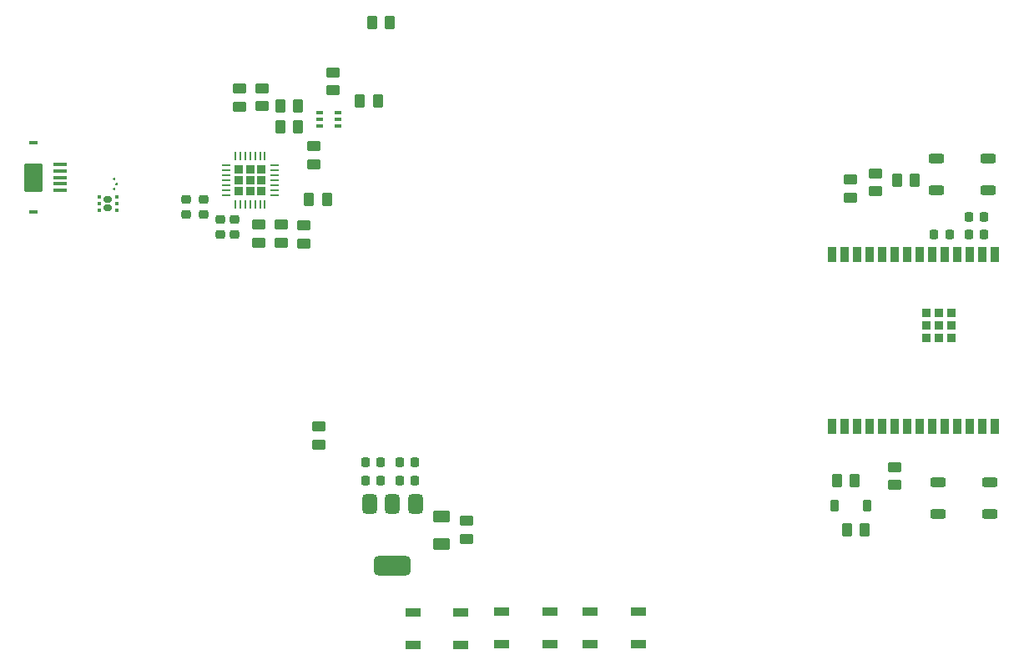
<source format=gtp>
G04 #@! TF.GenerationSoftware,KiCad,Pcbnew,8.0.6*
G04 #@! TF.CreationDate,2025-02-16T00:38:08-05:00*
G04 #@! TF.ProjectId,SCAN_mainboard,5343414e-5f6d-4616-996e-626f6172642e,v1.0*
G04 #@! TF.SameCoordinates,Original*
G04 #@! TF.FileFunction,Paste,Top*
G04 #@! TF.FilePolarity,Positive*
%FSLAX46Y46*%
G04 Gerber Fmt 4.6, Leading zero omitted, Abs format (unit mm)*
G04 Created by KiCad (PCBNEW 8.0.6) date 2025-02-16 00:38:08*
%MOMM*%
%LPD*%
G01*
G04 APERTURE LIST*
G04 Aperture macros list*
%AMRoundRect*
0 Rectangle with rounded corners*
0 $1 Rounding radius*
0 $2 $3 $4 $5 $6 $7 $8 $9 X,Y pos of 4 corners*
0 Add a 4 corners polygon primitive as box body*
4,1,4,$2,$3,$4,$5,$6,$7,$8,$9,$2,$3,0*
0 Add four circle primitives for the rounded corners*
1,1,$1+$1,$2,$3*
1,1,$1+$1,$4,$5*
1,1,$1+$1,$6,$7*
1,1,$1+$1,$8,$9*
0 Add four rect primitives between the rounded corners*
20,1,$1+$1,$2,$3,$4,$5,0*
20,1,$1+$1,$4,$5,$6,$7,0*
20,1,$1+$1,$6,$7,$8,$9,0*
20,1,$1+$1,$8,$9,$2,$3,0*%
G04 Aperture macros list end*
%ADD10C,0.000000*%
%ADD11RoundRect,0.250000X-0.262500X-0.450000X0.262500X-0.450000X0.262500X0.450000X-0.262500X0.450000X0*%
%ADD12RoundRect,0.160000X0.245000X0.160000X-0.245000X0.160000X-0.245000X-0.160000X0.245000X-0.160000X0*%
%ADD13RoundRect,0.093750X0.093750X0.106250X-0.093750X0.106250X-0.093750X-0.106250X0.093750X-0.106250X0*%
%ADD14RoundRect,0.090000X-0.660000X-0.360000X0.660000X-0.360000X0.660000X0.360000X-0.660000X0.360000X0*%
%ADD15RoundRect,0.250000X-0.450000X0.262500X-0.450000X-0.262500X0.450000X-0.262500X0.450000X0.262500X0*%
%ADD16RoundRect,0.250000X0.262500X0.450000X-0.262500X0.450000X-0.262500X-0.450000X0.262500X-0.450000X0*%
%ADD17RoundRect,0.250000X0.450000X-0.262500X0.450000X0.262500X-0.450000X0.262500X-0.450000X-0.262500X0*%
%ADD18RoundRect,0.250000X-0.700000X1.200000X-0.700000X-1.200000X0.700000X-1.200000X0.700000X1.200000X0*%
%ADD19RoundRect,0.100000X-0.575000X0.100000X-0.575000X-0.100000X0.575000X-0.100000X0.575000X0.100000X0*%
%ADD20R,0.850000X0.300000*%
%ADD21RoundRect,0.225000X-0.250000X0.225000X-0.250000X-0.225000X0.250000X-0.225000X0.250000X0.225000X0*%
%ADD22RoundRect,0.250000X-0.525000X-0.250000X0.525000X-0.250000X0.525000X0.250000X-0.525000X0.250000X0*%
%ADD23RoundRect,0.225000X-0.225000X-0.375000X0.225000X-0.375000X0.225000X0.375000X-0.225000X0.375000X0*%
%ADD24RoundRect,0.225000X-0.225000X-0.250000X0.225000X-0.250000X0.225000X0.250000X-0.225000X0.250000X0*%
%ADD25RoundRect,0.250000X0.625000X-0.375000X0.625000X0.375000X-0.625000X0.375000X-0.625000X-0.375000X0*%
%ADD26RoundRect,0.062500X-0.062500X-0.337500X0.062500X-0.337500X0.062500X0.337500X-0.062500X0.337500X0*%
%ADD27RoundRect,0.062500X-0.337500X-0.062500X0.337500X-0.062500X0.337500X0.062500X-0.337500X0.062500X0*%
%ADD28RoundRect,0.225000X-0.225000X-0.225000X0.225000X-0.225000X0.225000X0.225000X-0.225000X0.225000X0*%
%ADD29RoundRect,0.225000X0.225000X0.250000X-0.225000X0.250000X-0.225000X-0.250000X0.225000X-0.250000X0*%
%ADD30RoundRect,0.375000X-0.375000X0.625000X-0.375000X-0.625000X0.375000X-0.625000X0.375000X0.625000X0*%
%ADD31RoundRect,0.500000X-1.400000X0.500000X-1.400000X-0.500000X1.400000X-0.500000X1.400000X0.500000X0*%
%ADD32RoundRect,0.100000X-0.225000X-0.100000X0.225000X-0.100000X0.225000X0.100000X-0.225000X0.100000X0*%
%ADD33R,0.889000X1.498600*%
%ADD34R,0.812800X0.812800*%
G04 APERTURE END LIST*
D10*
G36*
X106914432Y-81875968D02*
G01*
X106923886Y-81878836D01*
X106932601Y-81883494D01*
X106940239Y-81889760D01*
X106946505Y-81897398D01*
X106951163Y-81906113D01*
X106954031Y-81915567D01*
X106954999Y-81925399D01*
X106954999Y-82034599D01*
X106954031Y-82044431D01*
X106951163Y-82053885D01*
X106946505Y-82062600D01*
X106940239Y-82070238D01*
X106932601Y-82076504D01*
X106923886Y-82081162D01*
X106914432Y-82084030D01*
X106904600Y-82084998D01*
X106795400Y-82084998D01*
X106785568Y-82084030D01*
X106776114Y-82081162D01*
X106767399Y-82076504D01*
X106759761Y-82070238D01*
X106753495Y-82062600D01*
X106748837Y-82053885D01*
X106745969Y-82044431D01*
X106744999Y-82034599D01*
X106744999Y-81925399D01*
X106745969Y-81915567D01*
X106748837Y-81906113D01*
X106753495Y-81897398D01*
X106759761Y-81889760D01*
X106767399Y-81883494D01*
X106776114Y-81878836D01*
X106785568Y-81875968D01*
X106795400Y-81875000D01*
X106904600Y-81875000D01*
X106914432Y-81875968D01*
G37*
G36*
X106664430Y-81375969D02*
G01*
X106673884Y-81378837D01*
X106682599Y-81383495D01*
X106690237Y-81389761D01*
X106696503Y-81397399D01*
X106701161Y-81406114D01*
X106704029Y-81415568D01*
X106704999Y-81425400D01*
X106704999Y-81534600D01*
X106704029Y-81544432D01*
X106701161Y-81553886D01*
X106696503Y-81562601D01*
X106690237Y-81570239D01*
X106682599Y-81576505D01*
X106673884Y-81581163D01*
X106664430Y-81584031D01*
X106654598Y-81585001D01*
X106545398Y-81585001D01*
X106535566Y-81584031D01*
X106526112Y-81581163D01*
X106517397Y-81576505D01*
X106509759Y-81570239D01*
X106503493Y-81562601D01*
X106498835Y-81553886D01*
X106495967Y-81544432D01*
X106494999Y-81534600D01*
X106494999Y-81425400D01*
X106495967Y-81415568D01*
X106498835Y-81406114D01*
X106503493Y-81397399D01*
X106509759Y-81389761D01*
X106517397Y-81383495D01*
X106526112Y-81378837D01*
X106535566Y-81375969D01*
X106545398Y-81375001D01*
X106654598Y-81375001D01*
X106664430Y-81375969D01*
G37*
G36*
X106664430Y-82375967D02*
G01*
X106673884Y-82378835D01*
X106682599Y-82383493D01*
X106690237Y-82389759D01*
X106696503Y-82397397D01*
X106701161Y-82406112D01*
X106704029Y-82415566D01*
X106704999Y-82425398D01*
X106704999Y-82534598D01*
X106704029Y-82544430D01*
X106701161Y-82553884D01*
X106696503Y-82562599D01*
X106690237Y-82570237D01*
X106682599Y-82576503D01*
X106673884Y-82581161D01*
X106664430Y-82584029D01*
X106654598Y-82584997D01*
X106545398Y-82584997D01*
X106535566Y-82584029D01*
X106526112Y-82581161D01*
X106517397Y-82576503D01*
X106509759Y-82570237D01*
X106503493Y-82562599D01*
X106498835Y-82553884D01*
X106495967Y-82544430D01*
X106494999Y-82534598D01*
X106494999Y-82425398D01*
X106495967Y-82415566D01*
X106498835Y-82406112D01*
X106503493Y-82397397D01*
X106509759Y-82389759D01*
X106517397Y-82383493D01*
X106526112Y-82378835D01*
X106535566Y-82375967D01*
X106545398Y-82374997D01*
X106654598Y-82374997D01*
X106664430Y-82375967D01*
G37*
D11*
X179937500Y-112080000D03*
X181762500Y-112080000D03*
D12*
X105962500Y-84380000D03*
X105962500Y-83580000D03*
D13*
X106850000Y-84630000D03*
X106850000Y-83980000D03*
X106850000Y-83330000D03*
X105075000Y-83330000D03*
X105075000Y-83980000D03*
X105075000Y-84630000D03*
D14*
X145900000Y-125350000D03*
X145900000Y-128650000D03*
X150800000Y-128650000D03*
X150800000Y-125350000D03*
D15*
X127380000Y-106580000D03*
X127380000Y-108405000D03*
D11*
X126350000Y-83580000D03*
X128175000Y-83580000D03*
D16*
X187850000Y-81580000D03*
X186025000Y-81580000D03*
D17*
X121580000Y-74072500D03*
X121580000Y-72247500D03*
D14*
X136900000Y-125430000D03*
X136900000Y-128730000D03*
X141800000Y-128730000D03*
X141800000Y-125430000D03*
D15*
X183845000Y-80897500D03*
X183845000Y-82722500D03*
D18*
X98450000Y-81305000D03*
D19*
X101125000Y-80005000D03*
X101125000Y-80655000D03*
X101125000Y-81305000D03*
X101125000Y-81955000D03*
X101125000Y-82605000D03*
D20*
X98450000Y-84805000D03*
X98450000Y-77805000D03*
D14*
X154900000Y-125350000D03*
X154900000Y-128650000D03*
X159800000Y-128650000D03*
X159800000Y-125350000D03*
D11*
X134592500Y-65580000D03*
X132767500Y-65580000D03*
D21*
X115646000Y-83530000D03*
X115646000Y-85080000D03*
D22*
X190225000Y-112245000D03*
X195475000Y-112245000D03*
X190225000Y-115445000D03*
X195475000Y-115445000D03*
D17*
X121234000Y-86080000D03*
X121234000Y-87905000D03*
D23*
X183000000Y-114580000D03*
X179700000Y-114580000D03*
D21*
X117350000Y-85580000D03*
X117350000Y-87130000D03*
X113868000Y-83553000D03*
X113868000Y-85103000D03*
D15*
X181305000Y-81532500D03*
X181305000Y-83357500D03*
X185750000Y-110697500D03*
X185750000Y-112522500D03*
D24*
X135575000Y-112090000D03*
X137125000Y-112090000D03*
D15*
X126850000Y-78167500D03*
X126850000Y-79992500D03*
D17*
X119350000Y-74112500D03*
X119350000Y-72287500D03*
D15*
X123520000Y-86080000D03*
X123520000Y-87905000D03*
D25*
X139850000Y-118480000D03*
X139850000Y-115680000D03*
D17*
X125806000Y-87992500D03*
X125806000Y-86167500D03*
D22*
X190025000Y-79426000D03*
X195275000Y-79426000D03*
X190025000Y-82626000D03*
X195275000Y-82626000D03*
D26*
X118900000Y-79130000D03*
X119400000Y-79130000D03*
X119900000Y-79130000D03*
X120400000Y-79130000D03*
X120900000Y-79130000D03*
X121400000Y-79130000D03*
X121900000Y-79130000D03*
D27*
X122850000Y-80080000D03*
X122850000Y-80580000D03*
X122850000Y-81080000D03*
X122850000Y-81580000D03*
X122850000Y-82080000D03*
X122850000Y-82580000D03*
X122850000Y-83080000D03*
D26*
X121900000Y-84030000D03*
X121400000Y-84030000D03*
X120900000Y-84030000D03*
X120400000Y-84030000D03*
X119900000Y-84030000D03*
X119400000Y-84030000D03*
X118900000Y-84030000D03*
D27*
X117950000Y-83080000D03*
X117950000Y-82580000D03*
X117950000Y-82080000D03*
X117950000Y-81580000D03*
X117950000Y-81080000D03*
X117950000Y-80580000D03*
X117950000Y-80080000D03*
D28*
X121520000Y-82700000D03*
X121520000Y-81580000D03*
X121520000Y-80460000D03*
X120400000Y-82700000D03*
X120400000Y-81580000D03*
X120400000Y-80460000D03*
X119280000Y-82700000D03*
X119280000Y-81580000D03*
X119280000Y-80460000D03*
D11*
X180937500Y-117080000D03*
X182762500Y-117080000D03*
D29*
X191351000Y-87080000D03*
X189801000Y-87080000D03*
D24*
X132075000Y-110236000D03*
X133625000Y-110236000D03*
D16*
X123437500Y-74080000D03*
X125262500Y-74080000D03*
D11*
X123437500Y-76200000D03*
X125262500Y-76200000D03*
D30*
X137150000Y-114430000D03*
X134850000Y-114430000D03*
D31*
X134850000Y-120730000D03*
D30*
X132550000Y-114430000D03*
D16*
X133350000Y-73580000D03*
X131525000Y-73580000D03*
D17*
X142350000Y-117992500D03*
X142350000Y-116167500D03*
D32*
X127450000Y-74780000D03*
X127450000Y-75430000D03*
X127450000Y-76080000D03*
X129350000Y-76080000D03*
X129350000Y-75430000D03*
X129350000Y-74780000D03*
D21*
X118850000Y-85580000D03*
X118850000Y-87130000D03*
D24*
X132075000Y-112080000D03*
X133625000Y-112080000D03*
X135575000Y-110236000D03*
X137125000Y-110236000D03*
X193309000Y-85330000D03*
X194859000Y-85330000D03*
X193309000Y-87080000D03*
X194859000Y-87080000D03*
D33*
X195990000Y-89100000D03*
X194720000Y-89100000D03*
X193450000Y-89100000D03*
X192180000Y-89100000D03*
X190910000Y-89100000D03*
X189640000Y-89100000D03*
X188370000Y-89100000D03*
X187100000Y-89100000D03*
X185830000Y-89100000D03*
X184560000Y-89100000D03*
X183290000Y-89100000D03*
X182020000Y-89100000D03*
X180750000Y-89100000D03*
X179480000Y-89100000D03*
X179480000Y-106600000D03*
X180750000Y-106600000D03*
X182020000Y-106600000D03*
X183290000Y-106600000D03*
X184560000Y-106600000D03*
X185830000Y-106600000D03*
X187100000Y-106600000D03*
X188370000Y-106600000D03*
X189640000Y-106600000D03*
X190910000Y-106600000D03*
X192180000Y-106600000D03*
X193450000Y-106600000D03*
X194720000Y-106600000D03*
X195990000Y-106600000D03*
D34*
X190270000Y-96345000D03*
X191520000Y-95095000D03*
X190270000Y-95095000D03*
X189020000Y-95095000D03*
X189020000Y-96345000D03*
X189020000Y-97595000D03*
X190270000Y-97595000D03*
X191520000Y-97595000D03*
X191520000Y-96345000D03*
D17*
X128850000Y-72492500D03*
X128850000Y-70667500D03*
M02*

</source>
